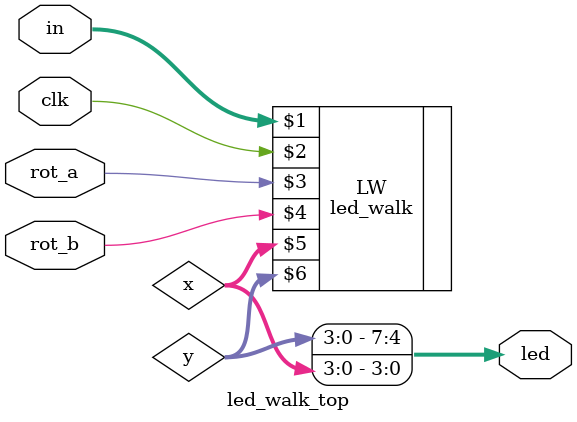
<source format=v>
`timescale 1ns / 1ps
module led_walk_top(in, clk, rot_a, rot_b, led);

  input [3:0] in;
  input clk, rot_a, rot_b;

  output [7:0] led;
  wire [7:0] led;

  wire [3:0] x;
  wire [3:0] y;
  
  led_walk LW (in, clk, rot_a, rot_b, x, y);

  assign led[3:0] = x;
  assign led[7:4] = y;
endmodule

</source>
